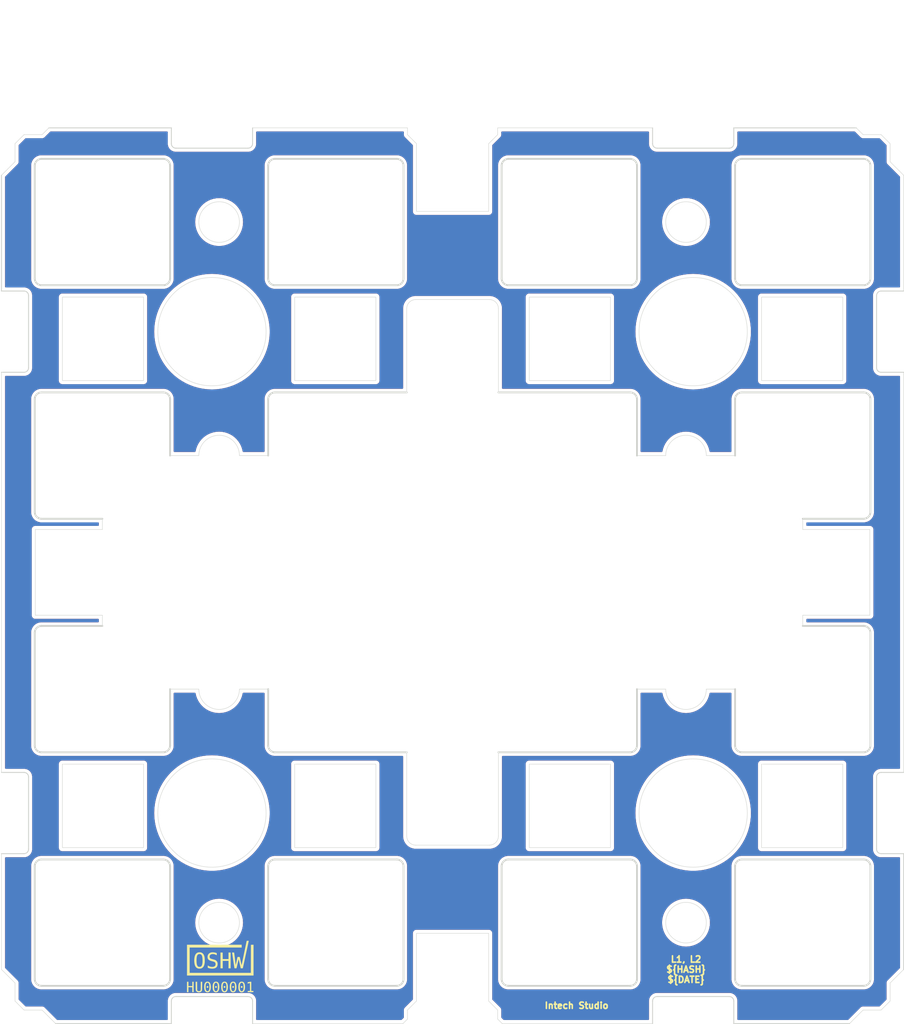
<source format=kicad_pcb>
(kicad_pcb (version 20240108) (generator "pcbnew") (generator_version "8.0")
  (layers (0 "F.Cu" signal) (31 "B.Cu" signal) (34 "B.Paste" user) (35 "F.Paste" user) (36 "B.SilkS" user "B.Silkscreen") (37 "F.SilkS" user "F.Silkscreen") (38 "B.Mask" user) (39 "F.Mask" user) (44 "Edge.Cuts" user))
  (net 0 "")
  (footprint "suku_basics:OSHWA" (layer "F.Cu") (at 74.25 143.75)
    (property "Reference" "LOGO701" (hide yes))
    (property "Value" "LOGO" (hide yes))
    (fp_poly (pts (xy 3.689316 0.925456) (xy -3.689315 0.925456) (xy -3.689315 -2.488724) (xy 2.37617 -2.488724) (xy 2.37617 -2.176071) (xy -3.389168 -2.176071) (xy -3.389168 0.625308) (xy 3.389071 0.625308) (xy 3.392246 -0.928582) (xy 3.395421 -2.482471) (xy 3.542369 -2.485995) (xy 3.689316 -2.489518)) (fill solid) (layer "F.SilkS"))
    (fp_poly (pts (xy -3.526735 2.088528) (xy -3.101526 2.088528) (xy -3.101526 1.613294) (xy -2.951452 1.613294) (xy -2.951452 2.763861) (xy -3.101038 2.763861) (xy -3.104409 2.491852) (xy -3.107779 2.219843) (xy -3.526735 2.212985) (xy -3.526735 2.763861) (xy -3.689315 2.763861) (xy -3.689315 1.613294) (xy -3.526735 1.613294)) (fill solid) (layer "F.SilkS"))
    (fp_poly (pts (xy 0.146948 -1.623126) (xy 0.268883 -1.619547) (xy 0.275519 -0.900443) (xy 0.91295 -0.900443) (xy 0.91295 -1.6258) (xy 1.150567 -1.6258) (xy 1.150567 0.125062) (xy 0.91295 0.125062) (xy 0.91295 -0.700344) (xy 0.275136 -0.700344) (xy 0.275136 0.125062) (xy 0.025013 0.125062) (xy 0.025013 -1.626706)) (fill solid) (layer "F.SilkS"))
    (fp_poly (pts (xy -1.366002 2.099022) (xy -1.333968 2.12638) (xy -1.31649 2.164417) (xy -1.31599 2.206947) (xy -1.334889 2.247785) (xy -1.343843 2.25793) (xy -1.384322 2.283341) (xy -1.429351 2.288196) (xy -1.47129 2.272398) (xy -1.486052 2.259682) (xy -1.510388 2.218539) (xy -1.513698 2.175058) (xy -1.498584 2.135108) (xy -1.467647 2.104558) (xy -1.42349 2.089276) (xy -1.41017 2.088528)) (fill solid) (layer "F.SilkS"))
    (fp_poly (pts (xy -0.428041 2.099022) (xy -0.396007 2.12638) (xy -0.378529 2.164417) (xy -0.378028 2.206947) (xy -0.396927 2.247785) (xy -0.405881 2.25793) (xy -0.446361 2.283341) (xy -0.491389 2.288196) (xy -0.533328 2.272398) (xy -0.54809 2.259682) (xy -0.572426 2.218539) (xy -0.575736 2.175058) (xy -0.560622 2.135108) (xy -0.529686 2.104558) (xy -0.485529 2.089276) (xy -0.472209 2.088528)) (fill solid) (layer "F.SilkS"))
    (fp_poly (pts (xy 0.522427 2.099022) (xy 0.554461 2.12638) (xy 0.571939 2.164417) (xy 0.57244 2.206947) (xy 0.55354 2.247785) (xy 0.544587 2.25793) (xy 0.504107 2.283341) (xy 0.459078 2.288196) (xy 0.417139 2.272398) (xy 0.402377 2.259682) (xy 0.378041 2.218539) (xy 0.374731 2.175058) (xy 0.389846 2.135108) (xy 0.420782 2.104558) (xy 0.464939 2.089276) (xy 0.478259 2.088528)) (fill solid) (layer "F.SilkS"))
    (fp_poly (pts (xy 1.472895 2.099022) (xy 1.504929 2.12638) (xy 1.522407 2.164417) (xy 1.522907 2.206947) (xy 1.504008 2.247785) (xy 1.495054 2.25793) (xy 1.454575 2.283341) (xy 1.409546 2.288196) (xy 1.367607 2.272398) (xy 1.352845 2.259682) (xy 1.328509 2.218539) (xy 1.325199 2.175058) (xy 1.340313 2.135108) (xy 1.37125 2.104558) (xy 1.415407 2.089276) (xy 1.428727 2.088528)) (fill solid) (layer "F.SilkS"))
    (fp_poly (pts (xy 2.423363 2.099022) (xy 2.455397 2.12638) (xy 2.472875 2.164417) (xy 2.473375 2.206947) (xy 2.454476 2.247785) (xy 2.445522 2.25793) (xy 2.405042 2.283341) (xy 2.360014 2.288196) (xy 2.318075 2.272398) (xy 2.303313 2.259682) (xy 2.278977 2.218539) (xy 2.275667 2.175058) (xy 2.290781 2.135108) (xy 2.321718 2.104558) (xy 2.365875 2.089276) (xy 2.379195 2.088528)) (fill solid) (layer "F.SilkS"))
    (fp_poly (pts (xy 3.439193 2.626293) (xy 3.67681 2.626293) (xy 3.67681 2.763861) (xy 3.037689 2.763861) (xy 3.041469 2.698203) (xy 3.045249 2.632546) (xy 3.167184 2.628966) (xy 3.289119 2.625387) (xy 3.289119 2.194378) (xy 3.288777 2.074495) (xy 3.287778 1.971946) (xy 3.286163 1.888188) (xy 3.283972 1.824679) (xy 3.281247 1.782877) (xy 3.278027 1.76424) (xy 3.277097 1.763368) (xy 3.260168 1.766055) (xy 3.225245 1.773232) (xy 3.178662 1.78357) (xy 3.157804 1.78838) (xy 3.108191 1.799632) (xy 3.067562 1.808258) (xy 3.042296 1.81293) (xy 3.037888 1.813393) (xy 3.031169 1.801857) (xy 3.028386 1.770697) (xy 3.028992 1.742407) (xy 3.032743 1.671421) (xy 3.157804 1.642959) (xy 3.221273 1.630301) (xy 3.285815 1.620393) (xy 3.341191 1.614699) (xy 3.361029 1.613896) (xy 3.439193 1.613294)) (fill solid) (layer "F.SilkS"))
    (fp_poly (pts (xy -2.561065 2.0883) (xy -2.557508 2.563306) (xy -2.519948 2.600854) (xy -2.471266 2.633373) (xy -2.409462 2.651483) (xy -2.342226 2.654652) (xy -2.277249 2.642346) (xy -2.231814 2.62084) (xy -2.214905 2.608756) (xy -2.201041 2.59515) (xy -2.189922 2.577563) (xy -2.181246 2.553532) (xy -2.17471 2.520598) (xy -2.170015 2.4763) (xy -2.166857 2.418177) (xy -2.164936 2.343768) (xy -2.16395 2.250614) (xy -2.163598 2.136253) (xy -2.163564 2.063918) (xy -2.163564 1.613294) (xy -1.998864 1.613294) (xy -2.004222 2.072895) (xy -2.006032 2.205355) (xy -2.008145 2.314667) (xy -2.01064 2.402695) (xy -2.0136 2.471303) (xy -2.017104 2.522353) (xy -2.021235 2.557709) (xy -2.026072 2.579236) (xy -2.026235 2.579707) (xy -2.061961 2.646483) (xy -2.11637 2.704712) (xy -2.18322 2.74789) (xy -2.191159 2.751482) (xy -2.248615 2.76959) (xy -2.317403 2.781305) (xy -2.387483 2.785695) (xy -2.448813 2.781827) (xy -2.469965 2.7774) (xy -2.559864 2.741802) (xy -2.631084 2.690092) (xy -2.68309 2.622692) (xy -2.694035 2.60128) (xy -2.700795 2.585557) (xy -2.706311 2.568715) (xy -2.710737 2.548089) (xy -2.714227 2.52101) (xy -2.716934 2.484812) (xy -2.719011 2.436829) (xy -2.720611 2.374392) (xy -2.721887 2.294836) (xy -2.722993 2.195492) (xy -2.724036 2.079149) (xy -2.727983 1.613294) (xy -2.564621 1.613294)) (fill solid) (layer "F.SilkS"))
    (fp_poly (pts (xy -1.310098 1.612912) (xy -1.245099 1.637705) (xy -1.190196 1.679949) (xy -1.156217 1.719274) (xy -1.115039 1.78977) (xy -1.082521 1.879346) (xy -1.059193 1.983428) (xy -1.045587 2.09744) (xy -1.042234 2.216809) (xy -1.049666 2.336958) (xy -1.068414 2.453315) (xy -1.070086 2.460853) (xy -1.103581 2.566283) (xy -1.151911 2.652461) (xy -1.214661 2.718771) (xy -1.269007 2.754112) (xy -1.327364 2.774198) (xy -1.397728 2.783817) (xy -1.469059 2.782224) (xy -1.522977 2.771248) (xy -1.599296 2.734152) (xy -1.662604 2.676662) (xy -1.713325 2.598241) (xy -1.751884 2.498348) (xy -1.759429 2.47091) (xy -1.771042 2.407332) (xy -1.778789 2.326836) (xy -1.78267 2.23636) (xy -1.782683 2.144806) (xy -1.622183 2.144806) (xy -1.621935 2.28475) (xy -1.611644 2.402029) (xy -1.591236 2.496918) (xy -1.560637 2.569692) (xy -1.519773 2.620626) (xy -1.488165 2.641906) (xy -1.435118 2.66084) (xy -1.385951 2.659264) (xy -1.342748 2.643425) (xy -1.305285 2.616016) (xy -1.272738 2.575561) (xy -1.270349 2.571514) (xy -1.247117 2.52449) (xy -1.22996 2.473242) (xy -1.218155 2.413306) (xy -1.210979 2.340213) (xy -1.207708 2.249498) (xy -1.207325 2.182324) (xy -1.209381 2.074424) (xy -1.215541 1.987609) (xy -1.226656 1.918165) (xy -1.243577 1.862378) (xy -1.267155 1.816533) (xy -1.298241 1.776917) (xy -1.300831 1.774164) (xy -1.33074 1.745356) (xy -1.356393 1.73103) (xy -1.389273 1.726228) (xy -1.41273 1.72585) (xy -1.454211 1.727808) (xy -1.482909 1.736951) (xy -1.510566 1.75818) (xy -1.525911 1.773092) (xy -1.556701 1.809168) (xy -1.580234 1.850513) (xy -1.597535 1.901075) (xy -1.609626 1.964803) (xy -1.617529 2.045647) (xy -1.622183 2.144806) (xy -1.782683 2.144806) (xy -1.782683 2.142843) (xy -1.778827 2.053224) (xy -1.771102 1.97444) (xy -1.75951 1.913442) (xy -1.729702 1.823267) (xy -1.693106 1.751266) (xy -1.646291 1.690827) (xy -1.641054 1.685308) (xy -1.589649 1.642072) (xy -1.532104 1.615278) (xy -1.46267 1.60302) (xy -1.391272 1.602551)) (fill solid) (layer "F.SilkS"))
    (fp_poly (pts (xy -0.372136 1.612912) (xy -0.307138 1.637705) (xy -0.252234 1.679949) (xy -0.218255 1.719274) (xy -0.177078 1.78977) (xy -0.144559 1.879346) (xy -0.121231 1.983428) (xy -0.107626 2.09744) (xy -0.104273 2.216809) (xy -0.111705 2.336958) (xy -0.130453 2.453315) (xy -0.132124 2.460853) (xy -0.165619 2.566283) (xy -0.21395 2.652461) (xy -0.276699 2.718771) (xy -0.331045 2.754112) (xy -0.389402 2.774198) (xy -0.459766 2.783817) (xy -0.531098 2.782224) (xy -0.585015 2.771248) (xy -0.661335 2.734152) (xy -0.724643 2.676662) (xy -0.775364 2.598241) (xy -0.813922 2.498348) (xy -0.821467 2.47091) (xy -0.83308 2.407332) (xy -0.840827 2.326836) (xy -0.844708 2.23636) (xy -0.844721 2.144806) (xy -0.684221 2.144806) (xy -0.683973 2.28475) (xy -0.673682 2.402029) (xy -0.653275 2.496918) (xy -0.622676 2.569692) (xy -0.581811 2.620626) (xy -0.550203 2.641906) (xy -0.497157 2.66084) (xy -0.44799 2.659264) (xy -0.404787 2.643425) (xy -0.367324 2.616016) (xy -0.334776 2.575561) (xy -0.332387 2.571514) (xy -0.309155 2.52449) (xy -0.291998 2.473242) (xy -0.280193 2.413306) (xy -0.273017 2.340213) (xy -0.269746 2.249498) (xy -0.269363 2.182324) (xy -0.271419 2.074424) (xy -0.27758 1.987609) (xy -0.288695 1.918165) (xy -0.305616 1.862378) (xy -0.329194 1.816533) (xy -0.36028 1.776917) (xy -0.36287 1.774164) (xy -0.392779 1.745356) (xy -0.418432 1.73103) (xy -0.451311 1.726228) (xy -0.474768 1.72585) (xy -0.51625 1.727808) (xy -0.544947 1.736951) (xy -0.572605 1.75818) (xy -0.58795 1.773092) (xy -0.618739 1.809168) (xy -0.642273 1.850513) (xy -0.659574 1.901075) (xy -0.671664 1.964803) (xy -0.679568 2.045647) (xy -0.684221 2.144806) (xy -0.844721 2.144806) (xy -0.844721 2.142843) (xy -0.840866 2.053224) (xy -0.833141 1.97444) (xy -0.821548 1.913442) (xy -0.79174 1.823267) (xy -0.755145 1.751266) (xy -0.708329 1.690827) (xy -0.703092 1.685308) (xy -0.651688 1.642072) (xy -0.594142 1.615278) (xy -0.524708 1.60302) (xy -0.453311 1.602551)) (fill solid) (layer "F.SilkS"))
    (fp_poly (pts (xy 0.578332 1.612912) (xy 0.64333 1.637705) (xy 0.698234 1.679949) (xy 0.732212 1.719274) (xy 0.77339 1.78977) (xy 0.805908 1.879346) (xy 0.829236 1.983428) (xy 0.842842 2.09744) (xy 0.846195 2.216809) (xy 0.838763 2.336958) (xy 0.820015 2.453315) (xy 0.818343 2.460853) (xy 0.784848 2.566283) (xy 0.736518 2.652461) (xy 0.673769 2.718771) (xy 0.619423 2.754112) (xy 0.561066 2.774198) (xy 0.490702 2.783817) (xy 0.41937 2.782224) (xy 0.365453 2.771248) (xy 0.289133 2.734152) (xy 0.225825 2.676662) (xy 0.175104 2.598241) (xy 0.136546 2.498348) (xy 0.129001 2.47091) (xy 0.117388 2.407332) (xy 0.10964 2.326836) (xy 0.10576 2.23636) (xy 0.105746 2.144806) (xy 0.266246 2.144806) (xy 0.266494 2.28475) (xy 0.276785 2.402029) (xy 0.297193 2.496918) (xy 0.327792 2.569692) (xy 0.368656 2.620626) (xy 0.400264 2.641906) (xy 0.453311 2.66084) (xy 0.502478 2.659264) (xy 0.545681 2.643425) (xy 0.583144 2.616016) (xy 0.615692 2.575561) (xy 0.61808 2.571514) (xy 0.641313 2.52449) (xy 0.65847 2.473242) (xy 0.670275 2.413306) (xy 0.677451 2.340213) (xy 0.680721 2.249498) (xy 0.681105 2.182324) (xy 0.679048 2.074424) (xy 0.672888 1.987609) (xy 0.661773 1.918165) (xy 0.644852 1.862378) (xy 0.621274 1.816533) (xy 0.590188 1.776917) (xy 0.587598 1.774164) (xy 0.557689 1.745356) (xy 0.532036 1.73103) (xy 0.499156 1.726228) (xy 0.475699 1.72585) (xy 0.434218 1.727808) (xy 0.40552 1.736951) (xy 0.377863 1.75818) (xy 0.362518 1.773092) (xy 0.331729 1.809168) (xy 0.308195 1.850513) (xy 0.290894 1.901075) (xy 0.278803 1.964803) (xy 0.2709 2.045647) (xy 0.266246 2.144806) (xy 0.105746 2.144806) (xy 0.105746 2.142843) (xy 0.109602 2.053224) (xy 0.117327 1.97444) (xy 0.12892 1.913442) (xy 0.158728 1.823267) (xy 0.195323 1.751266) (xy 0.242139 1.690827) (xy 0.247376 1.685308) (xy 0.29878 1.642072) (xy 0.356326 1.615278) (xy 0.42576 1.60302) (xy 0.497157 1.602551)) (fill solid) (layer "F.SilkS"))
    (fp_poly (pts (xy 1.528799 1.612912) (xy 1.593798 1.637705) (xy 1.648701 1.679949) (xy 1.68268 1.719274) (xy 1.723858 1.78977) (xy 1.756376 1.879346) (xy 1.779704 1.983428) (xy 1.79331 2.09744) (xy 1.796663 2.216809) (xy 1.789231 2.336958) (xy 1.770483 2.453315) (xy 1.768811 2.460853) (xy 1.735316 2.566283) (xy 1.686986 2.652461) (xy 1.624236 2.718771) (xy 1.569891 2.754112) (xy 1.511533 2.774198) (xy 1.44117 2.783817) (xy 1.369838 2.782224) (xy 1.31592 2.771248) (xy 1.239601 2.734152) (xy 1.176293 2.676662) (xy 1.125572 2.598241) (xy 1.087013 2.498348) (xy 1.079469 2.47091) (xy 1.067856 2.407332) (xy 1.060108 2.326836) (xy 1.056227 2.23636) (xy 1.056214 2.144806) (xy 1.216714 2.144806) (xy 1.216962 2.28475) (xy 1.227253 2.402029) (xy 1.247661 2.496918) (xy 1.27826 2.569692) (xy 1.319124 2.620626) (xy 1.350732 2.641906) (xy 1.403779 2.66084) (xy 1.452946 2.659264) (xy 1.496149 2.643425) (xy 1.533612 2.616016) (xy 1.566159 2.575561) (xy 1.568548 2.571514) (xy 1.59178 2.52449) (xy 1.608937 2.473242) (xy 1.620742 2.413306) (xy 1.627918 2.340213) (xy 1.631189 2.249498) (xy 1.631572 2.182324) (xy 1.629516 2.074424) (xy 1.623356 1.987609) (xy 1.612241 1.918165) (xy 1.59532 1.862378) (xy 1.571742 1.816533) (xy 1.540656 1.776917) (xy 1.538066 1.774164) (xy 1.508157 1.745356) (xy 1.482504 1.73103) (xy 1.449624 1.726228) (xy 1.426167 1.72585) (xy 1.384686 1.727808) (xy 1.355988 1.736951) (xy 1.328331 1.75818) (xy 1.312986 1.773092) (xy 1.282196 1.809168) (xy 1.258663 1.850513) (xy 1.241362 1.901075) (xy 1.229271 1.964803) (xy 1.221368 2.045647) (xy 1.216714 2.144806) (xy 1.056214 2.144806) (xy 1.056214 2.142843) (xy 1.06007 2.053224) (xy 1.067795 1.97444) (xy 1.079387 1.913442) (xy 1.109196 1.823267) (xy 1.145791 1.751266) (xy 1.192606 1.690827) (xy 1.197843 1.685308) (xy 1.249248 1.642072) (xy 1.306793 1.615278) (xy 1.376227 1.60302) (xy 1.447625 1.602551)) (fill solid) (layer "F.SilkS"))
    (fp_poly (pts (xy 2.479267 1.612912) (xy 2.544266 1.637705) (xy 2.599169 1.679949) (xy 2.633148 1.719274) (xy 2.674326 1.78977) (xy 2.706844 1.879346) (xy 2.730172 1.983428) (xy 2.743778 2.09744) (xy 2.74713 2.216809) (xy 2.739698 2.336958) (xy 2.720951 2.453315) (xy 2.719279 2.460853) (xy 2.685784 2.566283) (xy 2.637453 2.652461) (xy 2.574704 2.718771) (xy 2.520358 2.754112) (xy 2.462001 2.774198) (xy 2.391637 2.783817) (xy 2.320306 2.782224) (xy 2.266388 2.771248) (xy 2.190068 2.734152) (xy 2.12676 2.676662) (xy 2.07604 2.598241) (xy 2.037481 2.498348) (xy 2.029936 2.47091) (xy 2.018323 2.407332) (xy 2.010576 2.326836) (xy 2.006695 2.23636) (xy 2.006682 2.144806) (xy 2.167182 2.144806) (xy 2.16743 2.28475) (xy 2.177721 2.402029) (xy 2.198129 2.496918) (xy 2.228728 2.569692) (xy 2.269592 2.620626) (xy 2.3012 2.641906) (xy 2.354246 2.66084) (xy 2.403413 2.659264) (xy 2.446617 2.643425) (xy 2.48408 2.616016) (xy 2.516627 2.575561) (xy 2.519016 2.571514) (xy 2.542248 2.52449) (xy 2.559405 2.473242) (xy 2.57121 2.413306) (xy 2.578386 2.340213) (xy 2.581657 2.249498) (xy 2.58204 2.182324) (xy 2.579984 2.074424) (xy 2.573824 1.987609) (xy 2.562709 1.918165) (xy 2.545787 1.862378) (xy 2.522209 1.816533) (xy 2.491124 1.776917) (xy 2.488534 1.774164) (xy 2.458625 1.745356) (xy 2.432972 1.73103) (xy 2.400092 1.726228) (xy 2.376635 1.72585) (xy 2.335154 1.727808) (xy 2.306456 1.736951) (xy 2.278799 1.75818) (xy 2.263454 1.773092) (xy 2.232664 1.809168) (xy 2.20913 1.850513) (xy 2.19183 1.901075) (xy 2.179739 1.964803) (xy 2.171835 2.045647) (xy 2.167182 2.144806) (xy 2.006682 2.144806) (xy 2.006682 2.142843) (xy 2.010537 2.053224) (xy 2.018263 1.97444) (xy 2.029855 1.913442) (xy 2.059663 1.823267) (xy 2.096259 1.751266) (xy 2.143074 1.690827) (xy 2.148311 1.685308) (xy 2.199716 1.642072) (xy 2.257261 1.615278) (xy 2.326695 1.60302) (xy 2.398093 1.602551)) (fill solid) (layer "F.SilkS"))
    (fp_poly (pts (xy -2.213686 -1.648416) (xy -2.173361 -1.642883) (xy -2.133448 -1.632444) (xy -2.11365 -1.62599) (xy -2.017135 -1.582277) (xy -1.934897 -1.520831) (xy -1.866124 -1.440575) (xy -1.810003 -1.340433) (xy -1.765721 -1.219326) (xy -1.744681 -1.136985) (xy -1.734923 -1.07785) (xy -1.72692 -0.999811) (xy -1.720855 -0.908928) (xy -1.716911 -0.811259) (xy -1.71527 -0.712863) (xy -1.716115 -0.6198) (xy -1.719627 -0.538129) (xy -1.724944 -0.481445) (xy -1.751517 -0.331144) (xy -1.789241 -0.202461) (xy -1.838715 -0.094336) (xy -1.900537 -0.005708) (xy -1.975305 0.06448) (xy -2.062762 0.116889) (xy -2.103525 0.134659) (xy -2.139902 0.14622) (xy -2.179949 0.153159) (xy -2.231723 0.157061) (xy -2.275366 0.158715) (xy -2.345863 0.159585) (xy -2.399351 0.156676) (xy -2.443645 0.149242) (xy -2.478265 0.139354) (xy -2.571511 0.098856) (xy -2.651292 0.042823) (xy -2.718295 -0.029968) (xy -2.773207 -0.120739) (xy -2.816717 -0.230714) (xy -2.849512 -0.361114) (xy -2.872279 -0.513163) (xy -2.877989 -0.571523) (xy -2.884864 -0.674628) (xy -2.885786 -0.744116) (xy -2.629897 -0.744116) (xy -2.627195 -0.594409) (xy -2.618801 -0.467089) (xy -2.604279 -0.360089) (xy -2.583196 -0.27134) (xy -2.555116 -0.198778) (xy -2.519605 -0.140333) (xy -2.497463 -0.114208) (xy -2.463968 -0.08401) (xy -2.42916 -0.060012) (xy -2.419941 -0.055293) (xy -2.371974 -0.042609) (xy -2.310675 -0.038337) (xy -2.24617 -0.042214) (xy -2.188587 -0.053976) (xy -2.167463 -0.061848) (xy -2.110324 -0.10024) (xy -2.062818 -0.159403) (xy -2.024838 -0.239747) (xy -1.996276 -0.341685) (xy -1.977025 -0.465628) (xy -1.966978 -0.611987) (xy -1.96603 -0.781173) (xy -1.967346 -0.831659) (xy -1.974496 -0.971762) (xy -1.986642 -1.089396) (xy -2.00452 -1.186737) (xy -2.02887 -1.265962) (xy -2.06043 -1.329249) (xy -2.099936 -1.378775) (xy -2.148127 -1.416718) (xy -2.169817 -1.429044) (xy -2.234525 -1.450351) (xy -2.308708 -1.455453) (xy -2.382835 -1.444401) (xy -2.428511 -1.427606) (xy -2.481734 -1.392782) (xy -2.526042 -1.343307) (xy -2.561873 -1.277702) (xy -2.589663 -1.194486) (xy -2.609848 -1.092179) (xy -2.622863 -0.969303) (xy -2.629144 -0.824376) (xy -2.629897 -0.744116) (xy -2.885786 -0.744116) (xy -2.886107 -0.768282) (xy -2.881727 -0.866448) (xy -2.878187 -0.912678) (xy -2.859119 -1.072373) (xy -2.830164 -1.210136) (xy -2.790684 -1.327272) (xy -2.740046 -1.425088) (xy -2.677612 -1.504888) (xy -2.602749 -1.567978) (xy -2.542136 -1.603131) (xy -2.502095 -1.621588) (xy -2.466776 -1.633727) (xy -2.42829 -1.641206) (xy -2.378745 -1.645687) (xy -2.328219 -1.648133) (xy -2.262584 -1.649885)) (fill solid) (layer "F.SilkS"))
    (fp_poly (pts (xy -0.796763 -1.648341) (xy -0.685523 -1.638002) (xy -0.57458 -1.618762) (xy -0.47144 -1.591483) (xy -0.422082 -1.57389) (xy -0.406061 -1.566635) (xy -0.395996 -1.556809) (xy -0.390503 -1.53914) (xy -0.388198 -1.508358) (xy -0.387696 -1.45919) (xy -0.38769 -1.442943) (xy -0.388153 -1.392245) (xy -0.389395 -1.352573) (xy -0.391198 -1.329392) (xy -0.392368 -1.325652) (xy -0.404999 -1.331227) (xy -0.432223 -1.345495) (xy -0.453058 -1.356958) (xy -0.554732 -1.404587) (xy -0.659074 -1.436678) (xy -0.76262 -1.453345) (xy -0.86191 -1.4547) (xy -0.95348 -1.440857) (xy -1.033869 -1.41193) (xy -1.099615 -1.368032) (xy -1.130442 -1.334753) (xy -1.166972 -1.26703) (xy -1.183105 -1.189889) (xy -1.177427 -1.110201) (xy -1.177033 -1.108409) (xy -1.163988 -1.063883) (xy -1.144802 -1.026727) (xy -1.116635 -0.995185) (xy -1.076646 -0.9675) (xy -1.021997 -0.941913) (xy -0.949848 -0.916667) (xy -0.857358 -0.890006) (xy -0.799557 -0.874812) (xy -0.729069 -0.855592) (xy -0.661512 -0.835202) (xy -0.603334 -0.815723) (xy -0.560981 -0.799233) (xy -0.551784 -0.794908) (xy -0.457399 -0.735184) (xy -0.384118 -0.662245) (xy -0.331806 -0.575839) (xy -0.300327 -0.475715) (xy -0.289545 -0.361621) (xy -0.290958 -0.312654) (xy -0.307843 -0.196094) (xy -0.343494 -0.095994) (xy -0.397943 -0.01233) (xy -0.47122 0.054921) (xy -0.563355 0.105784) (xy -0.674379 0.140282) (xy -0.804323 0.158439) (xy -0.900443 0.161483) (xy -0.984703 0.158051) (xy -1.070024 0.149441) (xy -1.13806 0.138049) (xy -1.198338 0.123653) (xy -1.259779 0.106575) (xy -1.310396 0.090181) (xy -1.316272 0.088005) (xy -1.388183 0.060734) (xy -1.388183 -0.063429) (xy -1.387687 -0.115723) (xy -1.386352 -0.157145) (xy -1.384404 -0.182382) (xy -1.38289 -0.187592) (xy -1.370172 -0.182129) (xy -1.340939 -0.167587) (xy -1.300705 -0.146732) (xy -1.285967 -0.138943) (xy -1.192068 -0.093743) (xy -1.105928 -0.063324) (xy -1.017843 -0.044564) (xy -0.975878 -0.039189) (xy -0.86929 -0.035229) (xy -0.772107 -0.046254) (xy -0.687556 -0.071299) (xy -0.618865 -0.109397) (xy -0.56926 -0.159578) (xy -0.56797 -0.161452) (xy -0.533797 -0.231437) (xy -0.51833 -0.308864) (xy -0.521301 -0.387506) (xy -0.542443 -0.461135) (xy -0.581487 -0.523521) (xy -0.583649 -0.525951) (xy -0.609695 -0.551075) (xy -0.640923 -0.57281) (xy -0.681021 -0.592658) (xy -0.733674 -0.612124) (xy -0.80257 -0.632713) (xy -0.891395 -0.655929) (xy -0.918913 -0.662755) (xy -1.050387 -0.699971) (xy -1.158673 -0.741914) (xy -1.245375 -0.790011) (xy -1.312098 -0.845683) (xy -1.360446 -0.910356) (xy -1.392023 -0.985455) (xy -1.408435 -1.072402) (xy -1.410535 -1.09912) (xy -1.4061 -1.216759) (xy -1.379547 -1.324024) (xy -1.332234 -1.419171) (xy -1.265518 -1.500457) (xy -1.180757 -1.566139) (xy -1.079309 -1.614474) (xy -0.990106 -1.638887) (xy -0.900793 -1.648923)) (fill solid) (layer "F.SilkS"))
    (fp_poly (pts (xy 3.102426 -2.926025) (xy 3.136692 -2.92422) (xy 3.154538 -2.920182) (xy 3.160258 -2.913068) (xy 3.158976 -2.904554) (xy 3.15551 -2.889751) (xy 3.147085 -2.85202) (xy 3.134032 -2.79288) (xy 3.116683 -2.713851) (xy 3.095368 -2.616451) (xy 3.070419 -2.5022) (xy 3.042167 -2.372615) (xy 3.010944 -2.229217) (xy 2.97708 -2.073524) (xy 2.940907 -1.907054) (xy 2.902756 -1.731327) (xy 2.862958 -1.547863) (xy 2.83241 -1.406942) (xy 2.791579 -1.218561) (xy 2.752145 -1.036694) (xy 2.71444 -0.86287) (xy 2.678796 -0.698615) (xy 2.645545 -0.545457) (xy 2.615018 -0.404923) (xy 2.587548 -0.27854) (xy 2.563467 -0.167837) (xy 2.543106 -0.07434) (xy 2.526798 0.000424) (xy 2.514875 0.054927) (xy 2.507668 0.087641) (xy 2.505566 0.096923) (xy 2.500685 0.110204) (xy 2.490761 0.118479) (xy 2.470723 0.122922) (xy 2.435501 0.124706) (xy 2.384194 0.125006) (xy 2.269867 0.124951) (xy 2.158632 -0.36586) (xy 2.134167 -0.473343) (xy 2.111178 -0.573444) (xy 2.090296 -0.66348) (xy 2.072154 -0.740768) (xy 2.057382 -0.802623) (xy 2.046613 -0.846363) (xy 2.040477 -0.869304) (xy 2.039552 -0.871902) (xy 2.0352 -0.863504) (xy 2.026061 -0.83316) (xy 2.012753 -0.783341) (xy 1.995895 -0.716523) (xy 1.976107 -0.635178) (xy 1.954007 -0.54178) (xy 1.930215 -0.438803) (xy 1.920631 -0.396668) (xy 1.896245 -0.289214) (xy 1.87343 -0.189124) (xy 1.852808 -0.099085) (xy 1.834997 -0.021783) (xy 1.820618 0.040094) (xy 1.81029 0.083861) (xy 1.804634 0.106831) (xy 1.803883 0.109429) (xy 1.790649 0.117883) (xy 1.757015 0.122985) (xy 1.700958 0.125004) (xy 1.686601 0.125062) (xy 1.626286 0.123691) (xy 1.58866 0.119383) (xy 1.571536 0.111845) (xy 1.570206 0.109429) (xy 1.567599 0.09467) (xy 1.561661 0.057254) (xy 1.552709 -0.000731) (xy 1.541057 -0.077199) (xy 1.52702 -0.170059) (xy 1.510913 -0.277226) (xy 1.493053 -0.396611) (xy 1.473753 -0.526125) (xy 1.453329 -0.663682) (xy 1.444195 -0.725357) (xy 1.423286 -0.86659) (xy 1.403322 -1.001332) (xy 1.384628 -1.127412) (xy 1.367524 -1.242655) (xy 1.352335 -1.344891) (xy 1.339382 -1.431947) (xy 1.32899 -1.50165) (xy 1.32148 -1.551828) (xy 1.317176 -1.580309) (xy 1.316421 -1.585155) (xy 1.309874 -1.6258) (xy 1.423328 -1.6258) (xy 1.473932 -1.624832) (xy 1.514231 -1.622242) (xy 1.538299 -1.618495) (xy 1.542347 -1.61642) (xy 1.544815 -1.602564) (xy 1.54987 -1.566169) (xy 1.557226 -1.509546) (xy 1.566598 -1.435003) (xy 1.577701 -1.34485) (xy 1.590248 -1.241394) (xy 1.603954 -1.126945) (xy 1.618534 -1.003812) (xy 1.626268 -0.937961) (xy 1.641232 -0.81126) (xy 1.655556 -0.692058) (xy 1.668946 -0.582664) (xy 1.681106 -0.485387) (xy 1.691743 -0.402537) (xy 1.700562 -0.336424) (xy 1.707269 -0.289356) (xy 1.71157 -0.263643) (xy 1.712746 -0.25949) (xy 1.717087 -0.269078) (xy 1.725857 -0.300507) (xy 1.738432 -0.351119) (xy 1.754188 -0.41826) (xy 1.772503 -0.499273) (xy 1.792752 -0.591502) (xy 1.81403 -0.690953) (xy 1.907189 -1.131807) (xy 2.033915 -1.135355) (xy 2.091233 -1.1367) (xy 2.12833 -1.136273) (xy 2.149983 -1.133179) (xy 2.160967 -1.126523) (xy 2.16606 -1.115408) (xy 2.167325 -1.110342) (xy 2.171428 -1.091715) (xy 2.18008 -1.051635) (xy 2.192635 -0.993117) (xy 2.208451 -0.919176) (xy 2.22688 -0.832826) (xy 2.247278 -0.737081) (xy 2.265319 -0.652281) (xy 2.291375 -0.531527) (xy 2.31393 -0.430753) (xy 2.33277 -0.350828) (xy 2.347679 -0.292619) (xy 2.358443 -0.256997) (xy 2.364847 -0.244831) (xy 2.365865 -0.245831) (xy 2.369616 -0.260989) (xy 2.378089 -0.299012) (xy 2.390942 -0.358272) (xy 2.407829 -0.437138) (xy 2.428409 -0.533984) (xy 2.452336 -0.647178) (xy 2.479268 -0.775094) (xy 2.50886 -0.916101) (xy 2.54077 -1.068572) (xy 2.574654 -1.230876) (xy 2.610167 -1.401386) (xy 2.645109 -1.569522) (xy 2.681846 -1.746433) (xy 2.717239 -1.91677) (xy 2.750948 -2.078897) (xy 2.782629 -2.231177) (xy 2.811944 -2.371973) (xy 2.838549 -2.499647) (xy 2.862104 -2.612563) (xy 2.882267 -2.709084) (xy 2.898698 -2.787573) (xy 2.911055 -2.846392) (xy 2.918996 -2.883906) (xy 2.922135 -2.898301) (xy 2.926897 -2.911399) (xy 2.936571 -2.919644) (xy 2.956132 -2.924155) (xy 2.990556 -2.926047) (xy 3.044818 -2.92644) (xy 3.047448 -2.92644)) (fill solid) (layer "F.SilkS"))
  )
  (gr_line (start 96 52.5) (end 95 51.5) (stroke (width 0.05)) (layer "Edge.Cuts"))
  (gr_line (start 77.83 50.75) (end 95 50.75) (stroke (width 0.05)) (layer "Edge.Cuts"))
  (gr_arc (start 71.87375 87.061875) (mid 74.12375 84.811875) (end 76.37375 87.061875) (stroke (width 0.05)) (layer "Edge.Cuts"))
  (gr_rect (start 82.5 69.5) (end 91.5 78.75) (stroke (width 0.05)) (fill none) (layer "Edge.Cuts"))
  (gr_line (start 138.814375 104.75) (end 146.25 104.75) (stroke (width 0.05)) (layer "Edge.Cuts"))
  (gr_arc (start 146.314375 93.311875) (mid 146.094712 93.842212) (end 145.564375 94.061875) (stroke (width 0.2)) (layer "Edge.Cuts"))
  (gr_circle (center 125.87625 61.185625) (end 123.62625 61.185625) (stroke (width 0.05)) (fill none) (layer "Edge.Cuts"))
  (gr_line (start 122.17 150) (end 105.5 150) (stroke (width 0.05)) (layer "Edge.Cuts"))
  (gr_arc (start 145.564375 131.814375) (mid 146.094695 132.034041) (end 146.314375 132.564375) (stroke (width 0.2)) (layer "Edge.Cuts"))
  (gr_line (start 68.685625 54.935625) (end 68.685625 67.435625) (stroke (width 0.2)) (layer "Edge.Cuts"))
  (gr_line (start 138.814375 105.938125) (end 138.814375 104.75) (stroke (width 0.05)) (layer "Edge.Cuts"))
  (gr_circle (center 74.12375 138.814375) (end 76.37375 138.814375) (stroke (width 0.05)) (fill none) (layer "Edge.Cuts"))
  (gr_line (start 150 122.17) (end 147.5 122.17) (stroke (width 0.1)) (layer "Edge.Cuts"))
  (gr_line (start 104 140) (end 104 147.5) (stroke (width 0.05)) (layer "Edge.Cuts"))
  (gr_line (start 69.33 53) (end 77.33 53) (stroke (width 0.1)) (layer "Edge.Cuts"))
  (gr_line (start 122.17 50.75) (end 122.17 52.5) (stroke (width 0.1)) (layer "Edge.Cuts"))
  (gr_line (start 53.685625 93.311875) (end 53.685625 80.811875) (stroke (width 0.2)) (layer "Edge.Cuts"))
  (gr_arc (start 131.314375 80.811875) (mid 131.534052 80.281552) (end 132.064375 80.061875) (stroke (width 0.2)) (layer "Edge.Cuts"))
  (gr_arc (start 77.83 52.5) (mid 77.683553 52.853553) (end 77.33 53) (stroke (width 0.1)) (layer "Edge.Cuts"))
  (gr_arc (start 69.33 53) (mid 68.976447 52.853553) (end 68.83 52.5) (stroke (width 0.1)) (layer "Edge.Cuts"))
  (gr_line (start 51.5 54.5) (end 51.5 52.5) (stroke (width 0.05)) (layer "Edge.Cuts"))
  (gr_line (start 128.12625 112.938125) (end 131.314375 112.938125) (stroke (width 0.05)) (layer "Edge.Cuts"))
  (gr_line (start 131.314375 145.064375) (end 131.314375 132.564375) (stroke (width 0.2)) (layer "Edge.Cuts"))
  (gr_line (start 54.435625 54.185625) (end 67.935625 54.185625) (stroke (width 0.2)) (layer "Edge.Cuts"))
  (gr_arc (start 79.561875 54.935625) (mid 79.781549 54.405299) (end 80.311875 54.185625) (stroke (width 0.2)) (layer "Edge.Cuts"))
  (gr_line (start 150 68.83) (end 147.5 68.83) (stroke (width 0.1)) (layer "Edge.Cuts"))
  (gr_line (start 123.62625 112.938125) (end 120.438125 112.938125) (stroke (width 0.05)) (layer "Edge.Cuts"))
  (gr_line (start 67.935625 119.938125) (end 54.435625 119.938125) (stroke (width 0.2)) (layer "Edge.Cuts"))
  (gr_arc (start 145.564375 80.061875) (mid 146.094702 80.281548) (end 146.314375 80.811875) (stroke (width 0.2)) (layer "Edge.Cuts"))
  (gr_arc (start 147.5 131.17) (mid 147.146447 131.023553) (end 147 130.67) (stroke (width 0.1)) (layer "Edge.Cuts"))
  (gr_line (start 147 130.67) (end 147 122.67) (stroke (width 0.1)) (layer "Edge.Cuts"))
  (gr_circle (center 73.33 126.67) (end 79.33 126.67) (stroke (width 0.05)) (fill none) (layer "Edge.Cuts"))
  (gr_line (start 94.92 70.774) (end 94.92 80.061875) (stroke (width 0.05)) (layer "Edge.Cuts"))
  (gr_arc (start 105.08 129.226) (mid 104.787107 129.933107) (end 104.08 130.226) (stroke (width 0.05)) (layer "Edge.Cuts"))
  (gr_line (start 96 140) (end 104 140) (stroke (width 0.05)) (layer "Edge.Cuts"))
  (gr_line (start 122.17 147.5) (end 122.17 150) (stroke (width 0.1)) (layer "Edge.Cuts"))
  (gr_rect (start 134.25 69.5) (end 143.25 78.75) (stroke (width 0.05)) (fill none) (layer "Edge.Cuts"))
  (gr_arc (start 80.311875 145.814375) (mid 79.781535 145.594701) (end 79.561875 145.064375) (stroke (width 0.2)) (layer "Edge.Cuts"))
  (gr_line (start 56 150) (end 54.5 148.5) (stroke (width 0.05)) (layer "Edge.Cuts"))
  (gr_line (start 148.5 52.5) (end 148.5 54.5) (stroke (width 0.05)) (layer "Edge.Cuts"))
  (gr_line (start 150 144) (end 148.5 145.5) (stroke (width 0.05)) (layer "Edge.Cuts"))
  (gr_line (start 145.564375 105.938125) (end 138.814375 105.938125) (stroke (width 0.2)) (layer "Edge.Cuts"))
  (gr_arc (start 53 77.33) (mid 52.853553 77.683553) (end 52.5 77.83) (stroke (width 0.1)) (layer "Edge.Cuts"))
  (gr_line (start 93.811875 68.185625) (end 80.311875 68.185625) (stroke (width 0.2)) (layer "Edge.Cuts"))
  (gr_arc (start 76.37375 112.938125) (mid 74.12375 115.188125) (end 71.87375 112.938125) (stroke (width 0.05)) (layer "Edge.Cuts"))
  (gr_arc (start 54.435625 145.814375) (mid 53.905288 145.594712) (end 53.685625 145.064375) (stroke (width 0.2)) (layer "Edge.Cuts"))
  (gr_line (start 146.314375 132.564375) (end 146.314375 145.064375) (stroke (width 0.2)) (layer "Edge.Cuts"))
  (gr_arc (start 132.064375 145.814375) (mid 131.534035 145.594701) (end 131.314375 145.064375) (stroke (width 0.2)) (layer "Edge.Cuts"))
  (gr_arc (start 105.438125 132.564375) (mid 105.657805 132.03407) (end 106.188125 131.814375) (stroke (width 0.2)) (layer "Edge.Cuts"))
  (gr_arc (start 132.064375 119.938125) (mid 131.534052 119.718448) (end 131.314375 119.188125) (stroke (width 0.2)) (layer "Edge.Cuts"))
  (gr_line (start 95 50.75) (end 95 51.5) (stroke (width 0.05)) (layer "Edge.Cuts"))
  (gr_line (start 132.064375 80.061875) (end 145.564375 80.061875) (stroke (width 0.2)) (layer "Edge.Cuts"))
  (gr_line (start 105.08 80.061875) (end 119.688125 80.061875) (stroke (width 0.2)) (layer "Edge.Cuts"))
  (gr_arc (start 132.064375 68.185625) (mid 131.534052 67.965948) (end 131.314375 67.435625) (stroke (width 0.2)) (layer "Edge.Cuts"))
  (gr_arc (start 53 130.67) (mid 52.853553 131.023553) (end 52.5 131.17) (stroke (width 0.1)) (layer "Edge.Cuts"))
  (gr_arc (start 77.33 147) (mid 77.683553 147.146447) (end 77.83 147.5) (stroke (width 0.1)) (layer "Edge.Cuts"))
  (gr_line (start 138.814375 94.061875) (end 138.814375 95.25) (stroke (width 0.05)) (layer "Edge.Cuts"))
  (gr_line (start 123.62625 87.061875) (end 120.438125 87.061875) (stroke (width 0.05)) (layer "Edge.Cuts"))
  (gr_line (start 71.87375 87.061875) (end 68.685625 87.061875) (stroke (width 0.05)) (layer "Edge.Cuts"))
  (gr_arc (start 54.435625 68.185625) (mid 53.905305 67.965959) (end 53.685625 67.435625) (stroke (width 0.2)) (layer "Edge.Cuts"))
  (gr_arc (start 54.435625 119.938125) (mid 53.905279 119.718471) (end 53.685625 119.188125) (stroke (width 0.2)) (layer "Edge.Cuts"))
  (gr_arc (start 122.17 147.5) (mid 122.316447 147.146447) (end 122.67 147) (stroke (width 0.1)) (layer "Edge.Cuts"))
  (gr_line (start 51.5 145.5) (end 50 144) (stroke (width 0.05)) (layer "Edge.Cuts"))
  (gr_line (start 94.92 119.938125) (end 80.311875 119.938125) (stroke (width 0.2)) (layer "Edge.Cuts"))
  (gr_circle (center 126.67 73.33) (end 120.67 73.33) (stroke (width 0.05)) (fill none) (layer "Edge.Cuts"))
  (gr_line (start 61.185625 104.75) (end 53.75 104.75) (stroke (width 0.05)) (layer "Edge.Cuts"))
  (gr_line (start 145.564375 145.814375) (end 132.064375 145.814375) (stroke (width 0.2)) (layer "Edge.Cuts"))
  (gr_line (start 119.688125 145.814375) (end 106.188125 145.814375) (stroke (width 0.2)) (layer "Edge.Cuts"))
  (gr_rect (start 134.25 121.25) (end 143.25 130.5) (stroke (width 0.05)) (fill none) (layer "Edge.Cuts"))
  (gr_arc (start 128.12625 112.938125) (mid 125.87625 115.188125) (end 123.62625 112.938125) (stroke (width 0.05)) (layer "Edge.Cuts"))
  (gr_line (start 68.685625 80.811875) (end 68.685625 87.061875) (stroke (width 0.2)) (layer "Edge.Cuts"))
  (gr_line (start 104 147.5) (end 105 148.5) (stroke (width 0.05)) (layer "Edge.Cuts"))
  (gr_line (start 55.25 50.75) (end 68.83 50.75) (stroke (width 0.1)) (layer "Edge.Cuts"))
  (gr_line (start 150 56) (end 150 68.83) (stroke (width 0.05)) (layer "Edge.Cuts"))
  (gr_arc (start 146.314375 67.435625) (mid 146.094708 67.965958) (end 145.564375 68.185625) (stroke (width 0.2)) (layer "Edge.Cuts"))
  (gr_line (start 52.5 51.5) (end 54.5 51.5) (stroke (width 0.05)) (layer "Edge.Cuts"))
  (gr_arc (start 104.08 69.774) (mid 104.787107 70.066893) (end 105.08 70.774) (stroke (width 0.05)) (layer "Edge.Cuts"))
  (gr_line (start 94.561875 132.564375) (end 94.561875 145.064375) (stroke (width 0.2)) (layer "Edge.Cuts"))
  (gr_arc (start 131.314375 54.935625) (mid 131.534048 54.405298) (end 132.064375 54.185625) (stroke (width 0.2)) (layer "Edge.Cuts"))
  (gr_line (start 94.92 119.938125) (end 94.92 129.226) (stroke (width 0.05)) (layer "Edge.Cuts"))
  (gr_arc (start 95.92 130.226) (mid 95.212893 129.933107) (end 94.92 129.226) (stroke (width 0.05)) (layer "Edge.Cuts"))
  (gr_arc (start 68.83 147.5) (mid 68.976447 147.146447) (end 69.33 147) (stroke (width 0.1)) (layer "Edge.Cuts"))
  (gr_line (start 52.5 122.17) (end 50 122.17) (stroke (width 0.1)) (layer "Edge.Cuts"))
  (gr_line (start 104.08 69.774) (end 95.92 69.774) (stroke (width 0.05)) (layer "Edge.Cuts"))
  (gr_arc (start 67.935625 80.061875) (mid 68.465948 80.281552) (end 68.685625 80.811875) (stroke (width 0.2)) (layer "Edge.Cuts"))
  (gr_line (start 54.5 51.5) (end 55.25 50.75) (stroke (width 0.05)) (layer "Edge.Cuts"))
  (gr_line (start 53.685625 67.435625) (end 53.685625 54.935625) (stroke (width 0.2)) (layer "Edge.Cuts"))
  (gr_line (start 94.561875 54.935625) (end 94.561875 67.435625) (stroke (width 0.2)) (layer "Edge.Cuts"))
  (gr_line (start 148.5 54.5) (end 150 56) (stroke (width 0.05)) (layer "Edge.Cuts"))
  (gr_line (start 95.92 130.226) (end 104.08 130.226) (stroke (width 0.05)) (layer "Edge.Cuts"))
  (gr_line (start 50 68.83) (end 50 56) (stroke (width 0.1)) (layer "Edge.Cuts"))
  (gr_line (start 131.17 50.75) (end 144.75 50.75) (stroke (width 0.1)) (layer "Edge.Cuts"))
  (gr_line (start 52.5 148.5) (end 51.5 147.5) (stroke (width 0.05)) (layer "Edge.Cuts"))
  (gr_arc (start 119.688125 80.061875) (mid 120.218448 80.281552) (end 120.438125 80.811875) (stroke (width 0.2)) (layer "Edge.Cuts"))
  (gr_line (start 50 131.17) (end 52.5 131.17) (stroke (width 0.1)) (layer "Edge.Cuts"))
  (gr_line (start 119.688125 68.185625) (end 106.188125 68.185625) (stroke (width 0.2)) (layer "Edge.Cuts"))
  (gr_line (start 61.185625 105.938125) (end 61.185625 104.75) (stroke (width 0.05)) (layer "Edge.Cuts"))
  (gr_line (start 148.5 145.5) (end 148.5 147.5) (stroke (width 0.05)) (layer "Edge.Cuts"))
  (gr_arc (start 131.314375 132.564375) (mid 131.534052 132.034052) (end 132.064375 131.814375) (stroke (width 0.2)) (layer "Edge.Cuts"))
  (gr_line (start 80.311875 54.185625) (end 93.811875 54.185625) (stroke (width 0.2)) (layer "Edge.Cuts"))
  (gr_line (start 131.314375 67.435625) (end 131.314375 54.935625) (stroke (width 0.2)) (layer "Edge.Cuts"))
  (gr_line (start 53 130.67) (end 53 122.67) (stroke (width 0.1)) (layer "Edge.Cuts"))
  (gr_line (start 76.37375 112.938125) (end 79.561875 112.938125) (stroke (width 0.05)) (layer "Edge.Cuts"))
  (gr_line (start 144.75 50.75) (end 145.5 51.5) (stroke (width 0.05)) (layer "Edge.Cuts"))
  (gr_arc (start 68.685625 119.188125) (mid 68.465948 119.718448) (end 67.935625 119.938125) (stroke (width 0.2)) (layer "Edge.Cuts"))
  (gr_line (start 132.064375 54.185625) (end 145.564375 54.185625) (stroke (width 0.2)) (layer "Edge.Cuts"))
  (gr_arc (start 147 122.67) (mid 147.146447 122.316447) (end 147.5 122.17) (stroke (width 0.1)) (layer "Edge.Cuts"))
  (gr_line (start 95 148.5) (end 96 147.5) (stroke (width 0.05)) (layer "Edge.Cuts"))
  (gr_line (start 120.438125 112.938125) (end 120.438125 119.188125) (stroke (width 0.2)) (layer "Edge.Cuts"))
  (gr_line (start 106.188125 54.185625) (end 119.688125 54.185625) (stroke (width 0.2)) (layer "Edge.Cuts"))
  (gr_arc (start 67.935625 131.814375) (mid 68.465948 132.034052) (end 68.685625 132.564375) (stroke (width 0.2)) (layer "Edge.Cuts"))
  (gr_rect (start 56.75 121.25) (end 65.75 130.5) (stroke (width 0.05)) (fill none) (layer "Edge.Cuts"))
  (gr_arc (start 68.685625 145.064375) (mid 68.465971 145.594721) (end 67.935625 145.814375) (stroke (width 0.2)) (layer "Edge.Cuts"))
  (gr_arc (start 94.561875 145.064375) (mid 94.342212 145.594712) (end 93.811875 145.814375) (stroke (width 0.2)) (layer "Edge.Cuts"))
  (gr_line (start 104 52.5) (end 104 60) (stroke (width 0.05)) (layer "Edge.Cuts"))
  (gr_line (start 147.5 148.5) (end 145.5 148.5) (stroke (width 0.05)) (layer "Edge.Cuts"))
  (gr_line (start 67.935625 68.185625) (end 54.435625 68.185625) (stroke (width 0.2)) (layer "Edge.Cuts"))
  (gr_rect (start 82.5 121.25) (end 91.5 130.5) (stroke (width 0.05)) (fill none) (layer "Edge.Cuts"))
  (gr_arc (start 145.564375 105.938125) (mid 146.094712 106.157788) (end 146.314375 106.688125) (stroke (width 0.2)) (layer "Edge.Cuts"))
  (gr_line (start 104 60) (end 96 60) (stroke (width 0.05)) (layer "Edge.Cuts"))
  (gr_line (start 96 60) (end 96 52.5) (stroke (width 0.05)) (layer "Edge.Cuts"))
  (gr_line (start 131.314375 87.061875) (end 131.314375 80.811875) (stroke (width 0.2)) (layer "Edge.Cuts"))
  (gr_arc (start 52.5 122.17) (mid 52.853553 122.316447) (end 53 122.67) (stroke (width 0.1)) (layer "Edge.Cuts"))
  (gr_line (start 54.435625 105.938125) (end 61.185625 105.938125) (stroke (width 0.2)) (layer "Edge.Cuts"))
  (gr_line (start 131.17 150) (end 131.17 147.5) (stroke (width 0.1)) (layer "Edge.Cuts"))
  (gr_line (start 77.83 150) (end 77.83 147.5) (stroke (width 0.1)) (layer "Edge.Cuts"))
  (gr_rect (start 56.75 69.5) (end 65.75 78.75) (stroke (width 0.05)) (fill none) (layer "Edge.Cuts"))
  (gr_line (start 77.33 147) (end 69.33 147) (stroke (width 0.1)) (layer "Edge.Cuts"))
  (gr_arc (start 53.685625 132.564375) (mid 53.905312 132.034062) (end 54.435625 131.814375) (stroke (width 0.2)) (layer "Edge.Cuts"))
  (gr_line (start 145.5 51.5) (end 147.5 51.5) (stroke (width 0.05)) (layer "Edge.Cuts"))
  (gr_line (start 68.83 147.5) (end 68.83 150) (stroke (width 0.1)) (layer "Edge.Cuts"))
  (gr_line (start 80.311875 80.061875) (end 94.92 80.061875) (stroke (width 0.2)) (layer "Edge.Cuts"))
  (gr_circle (center 73.33 73.33) (end 79.33 73.33) (stroke (width 0.05)) (fill none) (layer "Edge.Cuts"))
  (gr_line (start 146.25 95.25) (end 146.25 104.75) (stroke (width 0.05)) (layer "Edge.Cuts"))
  (gr_circle (center 125.87625 138.814375) (end 128.12625 138.814375) (stroke (width 0.05)) (fill none) (layer "Edge.Cuts"))
  (gr_line (start 50 77.83) (end 52.5 77.83) (stroke (width 0.1)) (layer "Edge.Cuts"))
  (gr_arc (start 145.564375 54.185625) (mid 146.094712 54.405288) (end 146.314375 54.935625) (stroke (width 0.2)) (layer "Edge.Cuts"))
  (gr_arc (start 94.561875 67.435625) (mid 94.342207 67.965957) (end 93.811875 68.185625) (stroke (width 0.2)) (layer "Edge.Cuts"))
  (gr_line (start 79.561875 67.435625) (end 79.561875 54.935625) (stroke (width 0.2)) (layer "Edge.Cuts"))
  (gr_arc (start 146.314375 119.188125) (mid 146.094701 119.718465) (end 145.564375 119.938125) (stroke (width 0.2)) (layer "Edge.Cuts"))
  (gr_line (start 54.435625 80.061875) (end 67.935625 80.061875) (stroke (width 0.2)) (layer "Edge.Cuts"))
  (gr_arc (start 119.688125 54.185625) (mid 120.218438 54.405312) (end 120.438125 54.935625) (stroke (width 0.2)) (layer "Edge.Cuts"))
  (gr_line (start 105.438125 67.435625) (end 105.438125 54.935625) (stroke (width 0.2)) (layer "Edge.Cuts"))
  (gr_line (start 77.83 150) (end 94.5 150) (stroke (width 0.05)) (layer "Edge.Cuts"))
  (gr_line (start 105.08 129.226) (end 105.08 119.938125) (stroke (width 0.05)) (layer "Edge.Cuts"))
  (gr_arc (start 131.17 52.5) (mid 131.023553 52.853553) (end 130.67 53) (stroke (width 0.1)) (layer "Edge.Cuts"))
  (gr_line (start 53 69.33) (end 53 77.33) (stroke (width 0.1)) (layer "Edge.Cuts"))
  (gr_arc (start 79.561875 80.811875) (mid 79.781552 80.281552) (end 80.311875 80.061875) (stroke (width 0.2)) (layer "Edge.Cuts"))
  (gr_line (start 132.064375 131.814375) (end 145.564375 131.814375) (stroke (width 0.2)) (layer "Edge.Cuts"))
  (gr_line (start 147.5 131.17) (end 150 131.17) (stroke (width 0.1)) (layer "Edge.Cuts"))
  (gr_line (start 145.564375 68.185625) (end 132.064375 68.185625) (stroke (width 0.2)) (layer "Edge.Cuts"))
  (gr_line (start 120.438125 80.811875) (end 120.438125 87.061875) (stroke (width 0.2)) (layer "Edge.Cuts"))
  (gr_line (start 144 150) (end 131.17 150) (stroke (width 0.1)) (layer "Edge.Cuts"))
  (gr_line (start 105 51.5) (end 104 52.5) (stroke (width 0.05)) (layer "Edge.Cuts"))
  (gr_line (start 147.5 77.83) (end 150 77.83) (stroke (width 0.1)) (layer "Edge.Cuts"))
  (gr_arc (start 94.92 70.774) (mid 95.212893 70.066893) (end 95.92 69.774) (stroke (width 0.05)) (layer "Edge.Cuts"))
  (gr_line (start 145.564375 94.061875) (end 138.814375 94.061875) (stroke (width 0.2)) (layer "Edge.Cuts"))
  (gr_line (start 79.561875 87.061875) (end 79.561875 80.811875) (stroke (width 0.2)) (layer "Edge.Cuts"))
  (gr_line (start 96 147.5) (end 96 140) (stroke (width 0.05)) (layer "Edge.Cuts"))
  (gr_line (start 54.435625 131.814375) (end 67.935625 131.814375) (stroke (width 0.2)) (layer "Edge.Cuts"))
  (gr_line (start 145.564375 119.938125) (end 132.064375 119.938125) (stroke (width 0.2)) (layer "Edge.Cuts"))
  (gr_arc (start 52.5 68.83) (mid 52.853553 68.976447) (end 53 69.33) (stroke (width 0.1)) (layer "Edge.Cuts"))
  (gr_line (start 145.5 148.5) (end 144 150) (stroke (width 0.05)) (layer "Edge.Cuts"))
  (gr_line (start 61.185625 94.061875) (end 61.185625 95.25) (stroke (width 0.05)) (layer "Edge.Cuts"))
  (gr_line (start 95 149.5) (end 94.5 150) (stroke (width 0.05)) (layer "Edge.Cuts"))
  (gr_arc (start 122.67 53) (mid 122.316447 52.853553) (end 122.17 52.5) (stroke (width 0.1)) (layer "Edge.Cuts"))
  (gr_line (start 130.67 147) (end 122.67 147) (stroke (width 0.1)) (layer "Edge.Cuts"))
  (gr_arc (start 93.811875 54.185625) (mid 94.342212 54.405288) (end 94.561875 54.935625) (stroke (width 0.2)) (layer "Edge.Cuts"))
  (gr_line (start 76.37375 87.061875) (end 79.561875 87.061875) (stroke (width 0.05)) (layer "Edge.Cuts"))
  (gr_line (start 105.08 80.061875) (end 105.08 70.774) (stroke (width 0.05)) (layer "Edge.Cuts"))
  (gr_line (start 54.435625 94.061875) (end 61.185625 94.061875) (stroke (width 0.2)) (layer "Edge.Cuts"))
  (gr_line (start 54.5 148.5) (end 52.5 148.5) (stroke (width 0.05)) (layer "Edge.Cuts"))
  (gr_line (start 50 144) (end 50 131.17) (stroke (width 0.05)) (layer "Edge.Cuts"))
  (gr_arc (start 120.438125 145.064375) (mid 120.218465 145.59473) (end 119.688125 145.814375) (stroke (width 0.2)) (layer "Edge.Cuts"))
  (gr_line (start 71.87375 112.938125) (end 68.685625 112.938125) (stroke (width 0.05)) (layer "Edge.Cuts"))
  (gr_line (start 105 149.5) (end 105.5 150) (stroke (width 0.05)) (layer "Edge.Cuts"))
  (gr_line (start 138.814375 95.25) (end 146.25 95.25) (stroke (width 0.05)) (layer "Edge.Cuts"))
  (gr_arc (start 53.685625 106.688125) (mid 53.905288 106.157788) (end 54.435625 105.938125) (stroke (width 0.2)) (layer "Edge.Cuts"))
  (gr_line (start 122.17 50.75) (end 105 50.75) (stroke (width 0.05)) (layer "Edge.Cuts"))
  (gr_line (start 120.438125 132.564375) (end 120.438125 145.064375) (stroke (width 0.2)) (layer "Edge.Cuts"))
  (gr_circle (center 74.12375 61.185625) (end 71.87375 61.185625) (stroke (width 0.05)) (fill none) (layer "Edge.Cuts"))
  (gr_arc (start 53.685625 54.935625) (mid 53.905288 54.405288) (end 54.435625 54.185625) (stroke (width 0.2)) (layer "Edge.Cuts"))
  (gr_line (start 53.685625 119.188125) (end 53.685625 106.688125) (stroke (width 0.2)) (layer "Edge.Cuts"))
  (gr_line (start 105 149.5) (end 105 148.5) (stroke (width 0.05)) (layer "Edge.Cuts"))
  (gr_line (start 105 51.5) (end 105 50.75) (stroke (width 0.05)) (layer "Edge.Cuts"))
  (gr_arc (start 130.67 147) (mid 131.023553 147.146447) (end 131.17 147.5) (stroke (width 0.1)) (layer "Edge.Cuts"))
  (gr_line (start 93.811875 145.814375) (end 80.311875 145.814375) (stroke (width 0.2)) (layer "Edge.Cuts"))
  (gr_line (start 77.83 52.5) (end 77.83 50.75) (stroke (width 0.1)) (layer "Edge.Cuts"))
  (gr_rect (start 108.5 121.25) (end 117.5 130.5) (stroke (width 0.05)) (fill none) (layer "Edge.Cuts"))
  (gr_line (start 51.5 52.5) (end 52.5 51.5) (stroke (width 0.05)) (layer "Edge.Cuts"))
  (gr_circle (center 126.67 126.67) (end 120.67 126.67) (stroke (width 0.05)) (fill none) (layer "Edge.Cuts"))
  (gr_line (start 146.314375 80.811875) (end 146.314375 93.311875) (stroke (width 0.2)) (layer "Edge.Cuts"))
  (gr_line (start 95 148.5) (end 95 149.5) (stroke (width 0.05)) (layer "Edge.Cuts"))
  (gr_line (start 67.935625 145.814375) (end 54.435625 145.814375) (stroke (width 0.2)) (layer "Edge.Cuts"))
  (gr_line (start 147 69.33) (end 147 77.33) (stroke (width 0.1)) (layer "Edge.Cuts"))
  (gr_arc (start 147 69.33) (mid 147.146447 68.976447) (end 147.5 68.83) (stroke (width 0.1)) (layer "Edge.Cuts"))
  (gr_line (start 131.314375 119.188125) (end 131.314375 112.938125) (stroke (width 0.2)) (layer "Edge.Cuts"))
  (gr_arc (start 123.62625 87.061875) (mid 125.87625 84.811875) (end 128.12625 87.061875) (stroke (width 0.05)) (layer "Edge.Cuts"))
  (gr_rect (start 108.5 69.5) (end 117.5 78.75) (stroke (width 0.05)) (fill none) (layer "Edge.Cuts"))
  (gr_arc (start 68.685625 67.435625) (mid 68.465948 67.965948) (end 67.935625 68.185625) (stroke (width 0.2)) (layer "Edge.Cuts"))
  (gr_line (start 128.12625 87.061875) (end 131.314375 87.061875) (stroke (width 0.05)) (layer "Edge.Cuts"))
  (gr_line (start 52.5 68.83) (end 50 68.83) (stroke (width 0.1)) (layer "Edge.Cuts"))
  (gr_arc (start 106.188125 145.814375) (mid 105.657788 145.594712) (end 105.438125 145.064375) (stroke (width 0.2)) (layer "Edge.Cuts"))
  (gr_arc (start 79.561875 132.564375) (mid 79.781552 132.034052) (end 80.311875 131.814375) (stroke (width 0.2)) (layer "Edge.Cuts"))
  (gr_line (start 79.561875 119.188125) (end 79.561875 112.938125) (stroke (width 0.2)) (layer "Edge.Cuts"))
  (gr_line (start 119.688125 119.938125) (end 105.08 119.938125) (stroke (width 0.2)) (layer "Edge.Cuts"))
  (gr_line (start 120.438125 54.935625) (end 120.438125 67.435625) (stroke (width 0.2)) (layer "Edge.Cuts"))
  (gr_line (start 105.438125 145.064375) (end 105.438125 132.564375) (stroke (width 0.2)) (layer "Edge.Cuts"))
  (gr_arc (start 147.5 77.83) (mid 147.146447 77.683553) (end 147 77.33) (stroke (width 0.1)) (layer "Edge.Cuts"))
  (gr_line (start 53.685625 145.064375) (end 53.685625 132.564375) (stroke (width 0.2)) (layer "Edge.Cuts"))
  (gr_line (start 147.5 51.5) (end 148.5 52.5) (stroke (width 0.05)) (layer "Edge.Cuts"))
  (gr_line (start 68.83 50.75) (end 68.83 52.5) (stroke (width 0.1)) (layer "Edge.Cuts"))
  (gr_arc (start 120.438125 119.188125) (mid 120.218448 119.718448) (end 119.688125 119.938125) (stroke (width 0.2)) (layer "Edge.Cuts"))
  (gr_line (start 80.311875 131.814375) (end 93.811875 131.814375) (stroke (width 0.2)) (layer "Edge.Cuts"))
  (gr_arc (start 119.688125 131.814375) (mid 120.218448 132.034052) (end 120.438125 132.564375) (stroke (width 0.2)) (layer "Edge.Cuts"))
  (gr_arc (start 67.935625 54.185625) (mid 68.465965 54.405299) (end 68.685625 54.935625) (stroke (width 0.2)) (layer "Edge.Cuts"))
  (gr_line (start 79.561875 145.064375) (end 79.561875 132.564375) (stroke (width 0.2)) (layer "Edge.Cuts"))
  (gr_line (start 61.185625 95.25) (end 53.75 95.25) (stroke (width 0.05)) (layer "Edge.Cuts"))
  (gr_arc (start 106.188125 68.185625) (mid 105.657778 67.965972) (end 105.438125 67.435625) (stroke (width 0.2)) (layer "Edge.Cuts"))
  (gr_line (start 51.5 147.5) (end 51.5 145.5) (stroke (width 0.05)) (layer "Edge.Cuts"))
  (gr_arc (start 93.811875 131.814375) (mid 94.342195 132.034041) (end 94.561875 132.564375) (stroke (width 0.2)) (layer "Edge.Cuts"))
  (gr_line (start 146.314375 54.935625) (end 146.314375 67.435625) (stroke (width 0.2)) (layer "Edge.Cuts"))
  (gr_line (start 150 131.17) (end 150 144) (stroke (width 0.1)) (layer "Edge.Cuts"))
  (gr_line (start 68.685625 132.564375) (end 68.685625 145.064375) (stroke (width 0.2)) (layer "Edge.Cuts"))
  (gr_line (start 53.75 104.75) (end 53.75 95.25) (stroke (width 0.05)) (layer "Edge.Cuts"))
  (gr_line (start 131.17 52.5) (end 131.17 50.75) (stroke (width 0.1)) (layer "Edge.Cuts"))
  (gr_arc (start 54.435625 94.061875) (mid 53.905288 93.842212) (end 53.685625 93.311875) (stroke (width 0.2)) (layer "Edge.Cuts"))
  (gr_line (start 50 56) (end 51.5 54.5) (stroke (width 0.05)) (layer "Edge.Cuts"))
  (gr_arc (start 80.311875 68.185625) (mid 79.781552 67.965948) (end 79.561875 67.435625) (stroke (width 0.2)) (layer "Edge.Cuts"))
  (gr_arc (start 120.438125 67.435625) (mid 120.218448 67.965948) (end 119.688125 68.185625) (stroke (width 0.2)) (layer "Edge.Cuts"))
  (gr_line (start 68.685625 112.938125) (end 68.685625 119.188125) (stroke (width 0.2)) (layer "Edge.Cuts"))
  (gr_line (start 50 122.17) (end 50 77.83) (stroke (width 0.05)) (layer "Edge.Cuts"))
  (gr_arc (start 80.311875 119.938125) (mid 79.781552 119.718448) (end 79.561875 119.188125) (stroke (width 0.2)) (layer "Edge.Cuts"))
  (gr_line (start 146.314375 106.688125) (end 146.314375 119.188125) (stroke (width 0.2)) (layer "Edge.Cuts"))
  (gr_line (start 106.188125 131.814375) (end 119.688125 131.814375) (stroke (width 0.2)) (layer "Edge.Cuts"))
  (gr_arc (start 105.438125 54.935625) (mid 105.657788 54.405288) (end 106.188125 54.185625) (stroke (width 0.2)) (layer "Edge.Cuts"))
  (gr_arc (start 146.314375 145.064375) (mid 146.094712 145.594712) (end 145.564375 145.814375) (stroke (width 0.2)) (layer "Edge.Cuts"))
  (gr_line (start 122.67 53) (end 130.67 53) (stroke (width 0.1)) (layer "Edge.Cuts"))
  (gr_line (start 148.5 147.5) (end 147.5 148.5) (stroke (width 0.05)) (layer "Edge.Cuts"))
  (gr_line (start 150 122.17) (end 150 77.83) (stroke (width 0.05)) (layer "Edge.Cuts"))
  (gr_line (start 68.83 150) (end 56 150) (stroke (width 0.1)) (layer "Edge.Cuts"))
  (gr_arc (start 53.685625 80.811875) (mid 53.905299 80.281535) (end 54.435625 80.061875) (stroke (width 0.2)) (layer "Edge.Cuts"))
  (gr_text "L1, L2\n${HASH}\n${DATE}" (at 125.87625 144 0) (layer "F.SilkS") (effects (font (size 0.7 0.7) (thickness 0.175))))
  (gr_text "Intech Studio\n${PROJECTNAME}" (at 113.75 148 0) (layer "F.SilkS") (effects (font (size 0.7 0.7) (thickness 0.175))))
  (zone (net 0) (net_name "") (layer "F.Cu") (connect_pads (clearance 0.254)) (min_thickness 0.1524) (fill yes (thermal_gap 0.508) (thermal_bridge_width 0.254) (island_removal_mode 2) (island_area_min 10))
    (polygon (pts (xy 50 50) (xy 51 46) (xy 53 46) (xy 54 50) (xy 150 50) (xy 150 150) (xy 50 150)))
  )
  (zone (net 0) (net_name "") (layer "B.Cu") (connect_pads (clearance 0.254)) (min_thickness 0.1524) (fill yes (thermal_gap 0.508) (thermal_bridge_width 0.254) (island_removal_mode 2) (island_area_min 10))
    (polygon (pts (xy 50 50) (xy 59 50) (xy 60 46) (xy 62 46) (xy 63 50) (xy 150 50) (xy 150 150) (xy 50 150)))
  )
)
</source>
